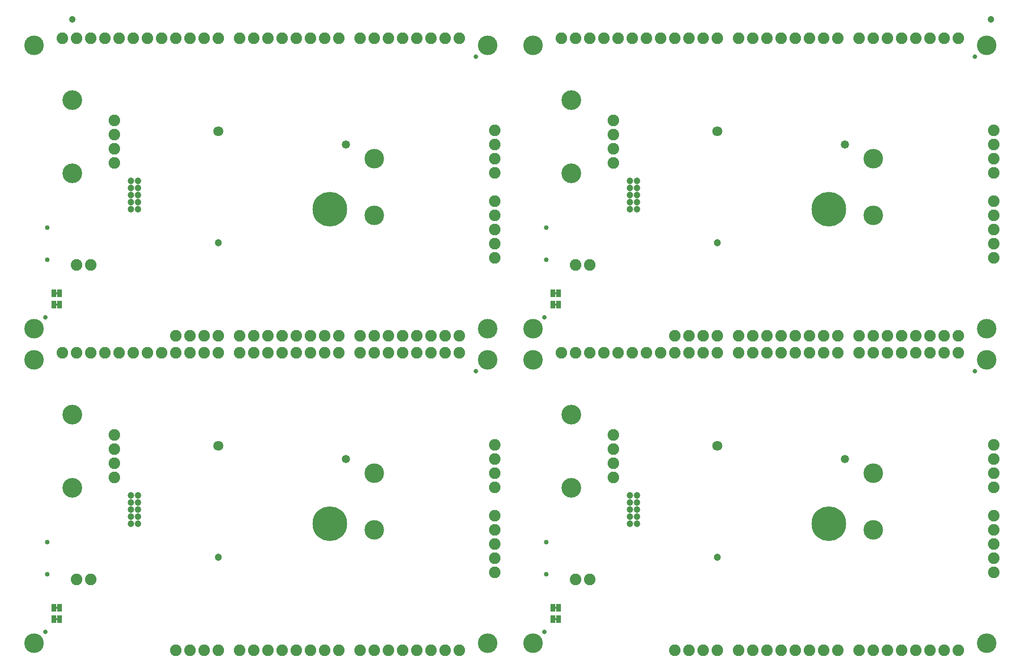
<source format=gbs>
G04 EAGLE Gerber RS-274X export*
G75*
%MOMM*%
%FSLAX34Y34*%
%LPD*%
%INSoldermask Bottom*%
%IPPOS*%
%AMOC8*
5,1,8,0,0,1.08239X$1,22.5*%
G01*
%ADD10C,0.853200*%
%ADD11C,0.838200*%
%ADD12C,3.505200*%
%ADD13C,2.082800*%
%ADD14C,1.203200*%
%ADD15C,6.203200*%
%ADD16C,1.303200*%
%ADD17C,1.803200*%
%ADD18C,3.530600*%
%ADD19R,0.863600X1.473200*%
%ADD20C,1.473200*%

G36*
X962090Y650887D02*
X962090Y650887D01*
X962156Y650889D01*
X962199Y650907D01*
X962246Y650915D01*
X962303Y650949D01*
X962363Y650974D01*
X962398Y651005D01*
X962439Y651030D01*
X962481Y651081D01*
X962529Y651125D01*
X962551Y651167D01*
X962580Y651204D01*
X962601Y651266D01*
X962632Y651325D01*
X962640Y651379D01*
X962652Y651416D01*
X962651Y651456D01*
X962659Y651510D01*
X962659Y654050D01*
X962648Y654115D01*
X962646Y654181D01*
X962628Y654224D01*
X962620Y654271D01*
X962586Y654328D01*
X962561Y654388D01*
X962530Y654423D01*
X962505Y654464D01*
X962454Y654506D01*
X962410Y654554D01*
X962368Y654576D01*
X962331Y654605D01*
X962269Y654626D01*
X962210Y654657D01*
X962156Y654665D01*
X962119Y654677D01*
X962079Y654676D01*
X962025Y654684D01*
X958215Y654684D01*
X958150Y654673D01*
X958084Y654671D01*
X958041Y654653D01*
X957994Y654645D01*
X957937Y654611D01*
X957877Y654586D01*
X957842Y654555D01*
X957801Y654530D01*
X957760Y654479D01*
X957711Y654435D01*
X957689Y654393D01*
X957660Y654356D01*
X957639Y654294D01*
X957608Y654235D01*
X957600Y654181D01*
X957588Y654144D01*
X957588Y654141D01*
X957589Y654104D01*
X957581Y654050D01*
X957581Y651510D01*
X957592Y651445D01*
X957594Y651379D01*
X957612Y651336D01*
X957620Y651289D01*
X957654Y651232D01*
X957679Y651172D01*
X957710Y651137D01*
X957735Y651096D01*
X957786Y651055D01*
X957830Y651006D01*
X957872Y650984D01*
X957909Y650955D01*
X957971Y650934D01*
X958030Y650903D01*
X958084Y650895D01*
X958121Y650883D01*
X958161Y650884D01*
X958215Y650876D01*
X962025Y650876D01*
X962090Y650887D01*
G37*
G36*
X68010Y650887D02*
X68010Y650887D01*
X68076Y650889D01*
X68119Y650907D01*
X68166Y650915D01*
X68223Y650949D01*
X68283Y650974D01*
X68318Y651005D01*
X68359Y651030D01*
X68401Y651081D01*
X68449Y651125D01*
X68471Y651167D01*
X68500Y651204D01*
X68521Y651266D01*
X68552Y651325D01*
X68560Y651379D01*
X68572Y651416D01*
X68571Y651456D01*
X68579Y651510D01*
X68579Y654050D01*
X68568Y654115D01*
X68566Y654181D01*
X68548Y654224D01*
X68540Y654271D01*
X68506Y654328D01*
X68481Y654388D01*
X68450Y654423D01*
X68425Y654464D01*
X68374Y654506D01*
X68330Y654554D01*
X68288Y654576D01*
X68251Y654605D01*
X68189Y654626D01*
X68130Y654657D01*
X68076Y654665D01*
X68039Y654677D01*
X67999Y654676D01*
X67945Y654684D01*
X64135Y654684D01*
X64070Y654673D01*
X64004Y654671D01*
X63961Y654653D01*
X63914Y654645D01*
X63857Y654611D01*
X63797Y654586D01*
X63762Y654555D01*
X63721Y654530D01*
X63680Y654479D01*
X63631Y654435D01*
X63609Y654393D01*
X63580Y654356D01*
X63559Y654294D01*
X63528Y654235D01*
X63520Y654181D01*
X63508Y654144D01*
X63508Y654141D01*
X63509Y654104D01*
X63501Y654050D01*
X63501Y651510D01*
X63512Y651445D01*
X63514Y651379D01*
X63532Y651336D01*
X63540Y651289D01*
X63574Y651232D01*
X63599Y651172D01*
X63630Y651137D01*
X63655Y651096D01*
X63706Y651055D01*
X63750Y651006D01*
X63792Y650984D01*
X63829Y650955D01*
X63891Y650934D01*
X63950Y650903D01*
X64004Y650895D01*
X64041Y650883D01*
X64081Y650884D01*
X64135Y650876D01*
X67945Y650876D01*
X68010Y650887D01*
G37*
G36*
X962090Y630567D02*
X962090Y630567D01*
X962156Y630569D01*
X962199Y630587D01*
X962246Y630595D01*
X962303Y630629D01*
X962363Y630654D01*
X962398Y630685D01*
X962439Y630710D01*
X962481Y630761D01*
X962529Y630805D01*
X962551Y630847D01*
X962580Y630884D01*
X962601Y630946D01*
X962632Y631005D01*
X962640Y631059D01*
X962652Y631096D01*
X962651Y631136D01*
X962659Y631190D01*
X962659Y633730D01*
X962648Y633795D01*
X962646Y633861D01*
X962628Y633904D01*
X962620Y633951D01*
X962586Y634008D01*
X962561Y634068D01*
X962530Y634103D01*
X962505Y634144D01*
X962454Y634186D01*
X962410Y634234D01*
X962368Y634256D01*
X962331Y634285D01*
X962269Y634306D01*
X962210Y634337D01*
X962156Y634345D01*
X962119Y634357D01*
X962079Y634356D01*
X962025Y634364D01*
X958215Y634364D01*
X958150Y634353D01*
X958084Y634351D01*
X958041Y634333D01*
X957994Y634325D01*
X957937Y634291D01*
X957877Y634266D01*
X957842Y634235D01*
X957801Y634210D01*
X957760Y634159D01*
X957711Y634115D01*
X957689Y634073D01*
X957660Y634036D01*
X957639Y633974D01*
X957608Y633915D01*
X957600Y633861D01*
X957588Y633824D01*
X957588Y633821D01*
X957589Y633784D01*
X957581Y633730D01*
X957581Y631190D01*
X957592Y631125D01*
X957594Y631059D01*
X957612Y631016D01*
X957620Y630969D01*
X957654Y630912D01*
X957679Y630852D01*
X957710Y630817D01*
X957735Y630776D01*
X957786Y630735D01*
X957830Y630686D01*
X957872Y630664D01*
X957909Y630635D01*
X957971Y630614D01*
X958030Y630583D01*
X958084Y630575D01*
X958121Y630563D01*
X958161Y630564D01*
X958215Y630556D01*
X962025Y630556D01*
X962090Y630567D01*
G37*
G36*
X68010Y630567D02*
X68010Y630567D01*
X68076Y630569D01*
X68119Y630587D01*
X68166Y630595D01*
X68223Y630629D01*
X68283Y630654D01*
X68318Y630685D01*
X68359Y630710D01*
X68401Y630761D01*
X68449Y630805D01*
X68471Y630847D01*
X68500Y630884D01*
X68521Y630946D01*
X68552Y631005D01*
X68560Y631059D01*
X68572Y631096D01*
X68571Y631136D01*
X68579Y631190D01*
X68579Y633730D01*
X68568Y633795D01*
X68566Y633861D01*
X68548Y633904D01*
X68540Y633951D01*
X68506Y634008D01*
X68481Y634068D01*
X68450Y634103D01*
X68425Y634144D01*
X68374Y634186D01*
X68330Y634234D01*
X68288Y634256D01*
X68251Y634285D01*
X68189Y634306D01*
X68130Y634337D01*
X68076Y634345D01*
X68039Y634357D01*
X67999Y634356D01*
X67945Y634364D01*
X64135Y634364D01*
X64070Y634353D01*
X64004Y634351D01*
X63961Y634333D01*
X63914Y634325D01*
X63857Y634291D01*
X63797Y634266D01*
X63762Y634235D01*
X63721Y634210D01*
X63680Y634159D01*
X63631Y634115D01*
X63609Y634073D01*
X63580Y634036D01*
X63559Y633974D01*
X63528Y633915D01*
X63520Y633861D01*
X63508Y633824D01*
X63508Y633821D01*
X63509Y633784D01*
X63501Y633730D01*
X63501Y631190D01*
X63512Y631125D01*
X63514Y631059D01*
X63532Y631016D01*
X63540Y630969D01*
X63574Y630912D01*
X63599Y630852D01*
X63630Y630817D01*
X63655Y630776D01*
X63706Y630735D01*
X63750Y630686D01*
X63792Y630664D01*
X63829Y630635D01*
X63891Y630614D01*
X63950Y630583D01*
X64004Y630575D01*
X64041Y630563D01*
X64081Y630564D01*
X64135Y630556D01*
X67945Y630556D01*
X68010Y630567D01*
G37*
G36*
X962090Y87007D02*
X962090Y87007D01*
X962156Y87009D01*
X962199Y87027D01*
X962246Y87035D01*
X962303Y87069D01*
X962363Y87094D01*
X962398Y87125D01*
X962439Y87150D01*
X962481Y87201D01*
X962529Y87245D01*
X962551Y87287D01*
X962580Y87324D01*
X962601Y87386D01*
X962632Y87445D01*
X962640Y87499D01*
X962652Y87536D01*
X962651Y87576D01*
X962659Y87630D01*
X962659Y90170D01*
X962648Y90235D01*
X962646Y90301D01*
X962628Y90344D01*
X962620Y90391D01*
X962586Y90448D01*
X962561Y90508D01*
X962530Y90543D01*
X962505Y90584D01*
X962454Y90626D01*
X962410Y90674D01*
X962368Y90696D01*
X962331Y90725D01*
X962269Y90746D01*
X962210Y90777D01*
X962156Y90785D01*
X962119Y90797D01*
X962079Y90796D01*
X962025Y90804D01*
X958215Y90804D01*
X958150Y90793D01*
X958084Y90791D01*
X958041Y90773D01*
X957994Y90765D01*
X957937Y90731D01*
X957877Y90706D01*
X957842Y90675D01*
X957801Y90650D01*
X957760Y90599D01*
X957711Y90555D01*
X957689Y90513D01*
X957660Y90476D01*
X957639Y90414D01*
X957608Y90355D01*
X957600Y90301D01*
X957588Y90264D01*
X957588Y90261D01*
X957589Y90224D01*
X957581Y90170D01*
X957581Y87630D01*
X957592Y87565D01*
X957594Y87499D01*
X957612Y87456D01*
X957620Y87409D01*
X957654Y87352D01*
X957679Y87292D01*
X957710Y87257D01*
X957735Y87216D01*
X957786Y87175D01*
X957830Y87126D01*
X957872Y87104D01*
X957909Y87075D01*
X957971Y87054D01*
X958030Y87023D01*
X958084Y87015D01*
X958121Y87003D01*
X958161Y87004D01*
X958215Y86996D01*
X962025Y86996D01*
X962090Y87007D01*
G37*
G36*
X68010Y87007D02*
X68010Y87007D01*
X68076Y87009D01*
X68119Y87027D01*
X68166Y87035D01*
X68223Y87069D01*
X68283Y87094D01*
X68318Y87125D01*
X68359Y87150D01*
X68401Y87201D01*
X68449Y87245D01*
X68471Y87287D01*
X68500Y87324D01*
X68521Y87386D01*
X68552Y87445D01*
X68560Y87499D01*
X68572Y87536D01*
X68571Y87576D01*
X68579Y87630D01*
X68579Y90170D01*
X68568Y90235D01*
X68566Y90301D01*
X68548Y90344D01*
X68540Y90391D01*
X68506Y90448D01*
X68481Y90508D01*
X68450Y90543D01*
X68425Y90584D01*
X68374Y90626D01*
X68330Y90674D01*
X68288Y90696D01*
X68251Y90725D01*
X68189Y90746D01*
X68130Y90777D01*
X68076Y90785D01*
X68039Y90797D01*
X67999Y90796D01*
X67945Y90804D01*
X64135Y90804D01*
X64070Y90793D01*
X64004Y90791D01*
X63961Y90773D01*
X63914Y90765D01*
X63857Y90731D01*
X63797Y90706D01*
X63762Y90675D01*
X63721Y90650D01*
X63680Y90599D01*
X63631Y90555D01*
X63609Y90513D01*
X63580Y90476D01*
X63559Y90414D01*
X63528Y90355D01*
X63520Y90301D01*
X63508Y90264D01*
X63508Y90261D01*
X63509Y90224D01*
X63501Y90170D01*
X63501Y87630D01*
X63512Y87565D01*
X63514Y87499D01*
X63532Y87456D01*
X63540Y87409D01*
X63574Y87352D01*
X63599Y87292D01*
X63630Y87257D01*
X63655Y87216D01*
X63706Y87175D01*
X63750Y87126D01*
X63792Y87104D01*
X63829Y87075D01*
X63891Y87054D01*
X63950Y87023D01*
X64004Y87015D01*
X64041Y87003D01*
X64081Y87004D01*
X64135Y86996D01*
X67945Y86996D01*
X68010Y87007D01*
G37*
G36*
X962090Y66687D02*
X962090Y66687D01*
X962156Y66689D01*
X962199Y66707D01*
X962246Y66715D01*
X962303Y66749D01*
X962363Y66774D01*
X962398Y66805D01*
X962439Y66830D01*
X962481Y66881D01*
X962529Y66925D01*
X962551Y66967D01*
X962580Y67004D01*
X962601Y67066D01*
X962632Y67125D01*
X962640Y67179D01*
X962652Y67216D01*
X962651Y67256D01*
X962659Y67310D01*
X962659Y69850D01*
X962648Y69915D01*
X962646Y69981D01*
X962628Y70024D01*
X962620Y70071D01*
X962586Y70128D01*
X962561Y70188D01*
X962530Y70223D01*
X962505Y70264D01*
X962454Y70306D01*
X962410Y70354D01*
X962368Y70376D01*
X962331Y70405D01*
X962269Y70426D01*
X962210Y70457D01*
X962156Y70465D01*
X962119Y70477D01*
X962079Y70476D01*
X962025Y70484D01*
X958215Y70484D01*
X958150Y70473D01*
X958084Y70471D01*
X958041Y70453D01*
X957994Y70445D01*
X957937Y70411D01*
X957877Y70386D01*
X957842Y70355D01*
X957801Y70330D01*
X957760Y70279D01*
X957711Y70235D01*
X957689Y70193D01*
X957660Y70156D01*
X957639Y70094D01*
X957608Y70035D01*
X957600Y69981D01*
X957588Y69944D01*
X957588Y69941D01*
X957589Y69904D01*
X957581Y69850D01*
X957581Y67310D01*
X957592Y67245D01*
X957594Y67179D01*
X957612Y67136D01*
X957620Y67089D01*
X957654Y67032D01*
X957679Y66972D01*
X957710Y66937D01*
X957735Y66896D01*
X957786Y66855D01*
X957830Y66806D01*
X957872Y66784D01*
X957909Y66755D01*
X957971Y66734D01*
X958030Y66703D01*
X958084Y66695D01*
X958121Y66683D01*
X958161Y66684D01*
X958215Y66676D01*
X962025Y66676D01*
X962090Y66687D01*
G37*
G36*
X68010Y66687D02*
X68010Y66687D01*
X68076Y66689D01*
X68119Y66707D01*
X68166Y66715D01*
X68223Y66749D01*
X68283Y66774D01*
X68318Y66805D01*
X68359Y66830D01*
X68401Y66881D01*
X68449Y66925D01*
X68471Y66967D01*
X68500Y67004D01*
X68521Y67066D01*
X68552Y67125D01*
X68560Y67179D01*
X68572Y67216D01*
X68571Y67256D01*
X68579Y67310D01*
X68579Y69850D01*
X68568Y69915D01*
X68566Y69981D01*
X68548Y70024D01*
X68540Y70071D01*
X68506Y70128D01*
X68481Y70188D01*
X68450Y70223D01*
X68425Y70264D01*
X68374Y70306D01*
X68330Y70354D01*
X68288Y70376D01*
X68251Y70405D01*
X68189Y70426D01*
X68130Y70457D01*
X68076Y70465D01*
X68039Y70477D01*
X67999Y70476D01*
X67945Y70484D01*
X64135Y70484D01*
X64070Y70473D01*
X64004Y70471D01*
X63961Y70453D01*
X63914Y70445D01*
X63857Y70411D01*
X63797Y70386D01*
X63762Y70355D01*
X63721Y70330D01*
X63680Y70279D01*
X63631Y70235D01*
X63609Y70193D01*
X63580Y70156D01*
X63559Y70094D01*
X63528Y70035D01*
X63520Y69981D01*
X63508Y69944D01*
X63508Y69941D01*
X63509Y69904D01*
X63501Y69850D01*
X63501Y67310D01*
X63512Y67245D01*
X63514Y67179D01*
X63532Y67136D01*
X63540Y67089D01*
X63574Y67032D01*
X63599Y66972D01*
X63630Y66937D01*
X63655Y66896D01*
X63706Y66855D01*
X63750Y66806D01*
X63792Y66784D01*
X63829Y66755D01*
X63891Y66734D01*
X63950Y66703D01*
X64004Y66695D01*
X64041Y66683D01*
X64081Y66684D01*
X64135Y66676D01*
X67945Y66676D01*
X68010Y66687D01*
G37*
D10*
X49050Y206700D03*
X49050Y148900D03*
D11*
X45720Y45720D03*
X816770Y513080D03*
D12*
X838200Y533400D03*
X25400Y533400D03*
X838200Y25400D03*
X25400Y25400D03*
D13*
X101600Y139700D03*
X127000Y139700D03*
D14*
X211582Y252476D03*
X211582Y265176D03*
X211582Y277876D03*
X211582Y290576D03*
X211582Y239776D03*
X198882Y252476D03*
X198882Y265176D03*
X198882Y277876D03*
X198882Y290576D03*
X198882Y239776D03*
D15*
X555498Y239268D03*
D16*
X355600Y179400D03*
D17*
X355600Y379400D03*
D18*
X93500Y303403D03*
X93500Y434721D03*
D13*
X850900Y381000D03*
X850900Y355600D03*
X850900Y330200D03*
X850900Y304800D03*
X571500Y12700D03*
X546100Y12700D03*
X520700Y12700D03*
X495300Y12700D03*
X469900Y12700D03*
X444500Y12700D03*
X419100Y12700D03*
X393700Y12700D03*
X787400Y12700D03*
X762000Y12700D03*
X736600Y12700D03*
X711200Y12700D03*
X685800Y12700D03*
X660400Y12700D03*
X635000Y12700D03*
X609600Y12700D03*
X76350Y546100D03*
X101750Y546100D03*
X127150Y546100D03*
X152550Y546100D03*
X279400Y12700D03*
X304800Y12700D03*
X330200Y12700D03*
X355600Y12700D03*
X168910Y398780D03*
X168910Y373380D03*
X168910Y347980D03*
X168910Y322580D03*
X355600Y546100D03*
X330200Y546100D03*
X304800Y546100D03*
X279400Y546100D03*
X254000Y546100D03*
X228600Y546100D03*
X203200Y546100D03*
X177800Y546100D03*
D19*
X71247Y88900D03*
X60833Y88900D03*
X71247Y68580D03*
X60833Y68580D03*
D13*
X850900Y254000D03*
X850900Y228600D03*
X850900Y203200D03*
X850900Y177800D03*
X850900Y152400D03*
D12*
X635000Y228600D03*
X635000Y330200D03*
D13*
X393700Y546100D03*
X419100Y546100D03*
X444500Y546100D03*
X469900Y546100D03*
X495300Y546100D03*
X520700Y546100D03*
X546100Y546100D03*
X571500Y546100D03*
X609600Y546100D03*
X635000Y546100D03*
X660400Y546100D03*
X685800Y546100D03*
X711200Y546100D03*
X736600Y546100D03*
X762000Y546100D03*
X787400Y546100D03*
D20*
X584200Y355600D03*
D10*
X943130Y206700D03*
X943130Y148900D03*
D11*
X939800Y45720D03*
X1710850Y513080D03*
D12*
X1732280Y533400D03*
X919480Y533400D03*
X1732280Y25400D03*
X919480Y25400D03*
D13*
X995680Y139700D03*
X1021080Y139700D03*
D14*
X1105662Y252476D03*
X1105662Y265176D03*
X1105662Y277876D03*
X1105662Y290576D03*
X1105662Y239776D03*
X1092962Y252476D03*
X1092962Y265176D03*
X1092962Y277876D03*
X1092962Y290576D03*
X1092962Y239776D03*
D15*
X1449578Y239268D03*
D16*
X1249680Y179400D03*
D17*
X1249680Y379400D03*
D18*
X987580Y303403D03*
X987580Y434721D03*
D13*
X1744980Y381000D03*
X1744980Y355600D03*
X1744980Y330200D03*
X1744980Y304800D03*
X1465580Y12700D03*
X1440180Y12700D03*
X1414780Y12700D03*
X1389380Y12700D03*
X1363980Y12700D03*
X1338580Y12700D03*
X1313180Y12700D03*
X1287780Y12700D03*
X1681480Y12700D03*
X1656080Y12700D03*
X1630680Y12700D03*
X1605280Y12700D03*
X1579880Y12700D03*
X1554480Y12700D03*
X1529080Y12700D03*
X1503680Y12700D03*
X970430Y546100D03*
X995830Y546100D03*
X1021230Y546100D03*
X1046630Y546100D03*
X1173480Y12700D03*
X1198880Y12700D03*
X1224280Y12700D03*
X1249680Y12700D03*
X1062990Y398780D03*
X1062990Y373380D03*
X1062990Y347980D03*
X1062990Y322580D03*
X1249680Y546100D03*
X1224280Y546100D03*
X1198880Y546100D03*
X1173480Y546100D03*
X1148080Y546100D03*
X1122680Y546100D03*
X1097280Y546100D03*
X1071880Y546100D03*
D19*
X965327Y88900D03*
X954913Y88900D03*
X965327Y68580D03*
X954913Y68580D03*
D13*
X1744980Y254000D03*
X1744980Y228600D03*
X1744980Y203200D03*
X1744980Y177800D03*
X1744980Y152400D03*
D12*
X1529080Y228600D03*
X1529080Y330200D03*
D13*
X1287780Y546100D03*
X1313180Y546100D03*
X1338580Y546100D03*
X1363980Y546100D03*
X1389380Y546100D03*
X1414780Y546100D03*
X1440180Y546100D03*
X1465580Y546100D03*
X1503680Y546100D03*
X1529080Y546100D03*
X1554480Y546100D03*
X1579880Y546100D03*
X1605280Y546100D03*
X1630680Y546100D03*
X1656080Y546100D03*
X1681480Y546100D03*
D20*
X1478280Y355600D03*
D10*
X49050Y770580D03*
X49050Y712780D03*
D11*
X45720Y609600D03*
X816770Y1076960D03*
D12*
X838200Y1097280D03*
X25400Y1097280D03*
X838200Y589280D03*
X25400Y589280D03*
D13*
X101600Y703580D03*
X127000Y703580D03*
D14*
X211582Y816356D03*
X211582Y829056D03*
X211582Y841756D03*
X211582Y854456D03*
X211582Y803656D03*
X198882Y816356D03*
X198882Y829056D03*
X198882Y841756D03*
X198882Y854456D03*
X198882Y803656D03*
D15*
X555498Y803148D03*
D16*
X355600Y743280D03*
D17*
X355600Y943280D03*
D18*
X93500Y867283D03*
X93500Y998601D03*
D13*
X850900Y944880D03*
X850900Y919480D03*
X850900Y894080D03*
X850900Y868680D03*
X571500Y576580D03*
X546100Y576580D03*
X520700Y576580D03*
X495300Y576580D03*
X469900Y576580D03*
X444500Y576580D03*
X419100Y576580D03*
X393700Y576580D03*
X787400Y576580D03*
X762000Y576580D03*
X736600Y576580D03*
X711200Y576580D03*
X685800Y576580D03*
X660400Y576580D03*
X635000Y576580D03*
X609600Y576580D03*
X76350Y1109980D03*
X101750Y1109980D03*
X127150Y1109980D03*
X152550Y1109980D03*
X279400Y576580D03*
X304800Y576580D03*
X330200Y576580D03*
X355600Y576580D03*
X168910Y962660D03*
X168910Y937260D03*
X168910Y911860D03*
X168910Y886460D03*
X355600Y1109980D03*
X330200Y1109980D03*
X304800Y1109980D03*
X279400Y1109980D03*
X254000Y1109980D03*
X228600Y1109980D03*
X203200Y1109980D03*
X177800Y1109980D03*
D19*
X71247Y652780D03*
X60833Y652780D03*
X71247Y632460D03*
X60833Y632460D03*
D13*
X850900Y817880D03*
X850900Y792480D03*
X850900Y767080D03*
X850900Y741680D03*
X850900Y716280D03*
D12*
X635000Y792480D03*
X635000Y894080D03*
D13*
X393700Y1109980D03*
X419100Y1109980D03*
X444500Y1109980D03*
X469900Y1109980D03*
X495300Y1109980D03*
X520700Y1109980D03*
X546100Y1109980D03*
X571500Y1109980D03*
X609600Y1109980D03*
X635000Y1109980D03*
X660400Y1109980D03*
X685800Y1109980D03*
X711200Y1109980D03*
X736600Y1109980D03*
X762000Y1109980D03*
X787400Y1109980D03*
D20*
X584200Y919480D03*
D10*
X943130Y770580D03*
X943130Y712780D03*
D11*
X939800Y609600D03*
X1710850Y1076960D03*
D12*
X1732280Y1097280D03*
X919480Y1097280D03*
X1732280Y589280D03*
X919480Y589280D03*
D13*
X995680Y703580D03*
X1021080Y703580D03*
D14*
X1105662Y816356D03*
X1105662Y829056D03*
X1105662Y841756D03*
X1105662Y854456D03*
X1105662Y803656D03*
X1092962Y816356D03*
X1092962Y829056D03*
X1092962Y841756D03*
X1092962Y854456D03*
X1092962Y803656D03*
D15*
X1449578Y803148D03*
D16*
X1249680Y743280D03*
D17*
X1249680Y943280D03*
D18*
X987580Y867283D03*
X987580Y998601D03*
D13*
X1744980Y944880D03*
X1744980Y919480D03*
X1744980Y894080D03*
X1744980Y868680D03*
X1465580Y576580D03*
X1440180Y576580D03*
X1414780Y576580D03*
X1389380Y576580D03*
X1363980Y576580D03*
X1338580Y576580D03*
X1313180Y576580D03*
X1287780Y576580D03*
X1681480Y576580D03*
X1656080Y576580D03*
X1630680Y576580D03*
X1605280Y576580D03*
X1579880Y576580D03*
X1554480Y576580D03*
X1529080Y576580D03*
X1503680Y576580D03*
X970430Y1109980D03*
X995830Y1109980D03*
X1021230Y1109980D03*
X1046630Y1109980D03*
X1173480Y576580D03*
X1198880Y576580D03*
X1224280Y576580D03*
X1249680Y576580D03*
X1062990Y962660D03*
X1062990Y937260D03*
X1062990Y911860D03*
X1062990Y886460D03*
X1249680Y1109980D03*
X1224280Y1109980D03*
X1198880Y1109980D03*
X1173480Y1109980D03*
X1148080Y1109980D03*
X1122680Y1109980D03*
X1097280Y1109980D03*
X1071880Y1109980D03*
D19*
X965327Y652780D03*
X954913Y652780D03*
X965327Y632460D03*
X954913Y632460D03*
D13*
X1744980Y817880D03*
X1744980Y792480D03*
X1744980Y767080D03*
X1744980Y741680D03*
X1744980Y716280D03*
D12*
X1529080Y792480D03*
X1529080Y894080D03*
D13*
X1287780Y1109980D03*
X1313180Y1109980D03*
X1338580Y1109980D03*
X1363980Y1109980D03*
X1389380Y1109980D03*
X1414780Y1109980D03*
X1440180Y1109980D03*
X1465580Y1109980D03*
X1503680Y1109980D03*
X1529080Y1109980D03*
X1554480Y1109980D03*
X1579880Y1109980D03*
X1605280Y1109980D03*
X1630680Y1109980D03*
X1656080Y1109980D03*
X1681480Y1109980D03*
D20*
X1478280Y919480D03*
D14*
X93980Y1143635D03*
X1739265Y1143635D03*
M02*

</source>
